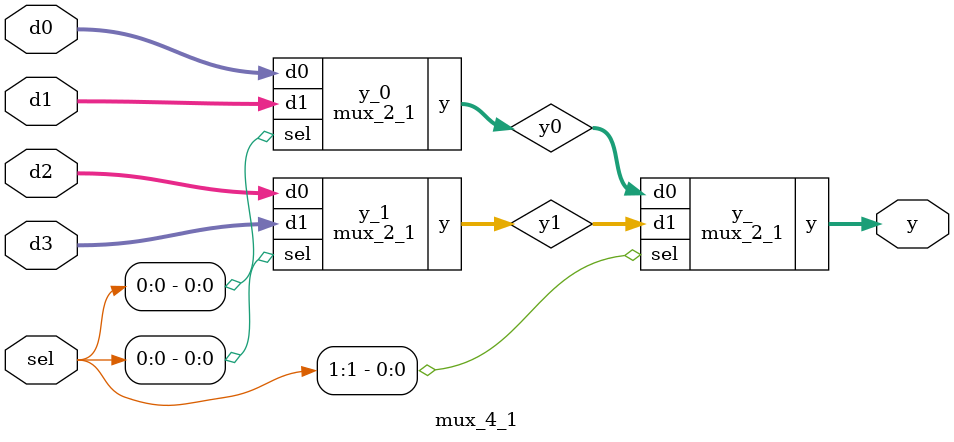
<source format=sv>

module mux_2_1
(
  input  [3:0] d0, d1,
  input        sel,
  output [3:0] y
);

  assign y = sel ? d1 : d0;

endmodule

//----------------------------------------------------------------------------
// Task
//----------------------------------------------------------------------------

module mux_4_1
(
  input  [3:0] d0, d1, d2, d3,
  input  [1:0] sel,
  output [3:0] y
);

  // Task:
  // Implement mux_4_1 using three instances of mux_2_1

    wire [3:0] y1;
    mux_2_1 y_1
    (
      .sel(sel[0]),
      .d1(d3), .d0(d2),
      .y(y1)
    );

    wire [3:0] y0;
    mux_2_1 y_0
    (
      .sel(sel[0]),
      .d1(d1), .d0(d0),
      .y(y0)
    );

    mux_2_1 y_
    (
      .sel(sel[1]),
      .d1(y1), .d0(y0),
      .y(y)
    );

endmodule

</source>
